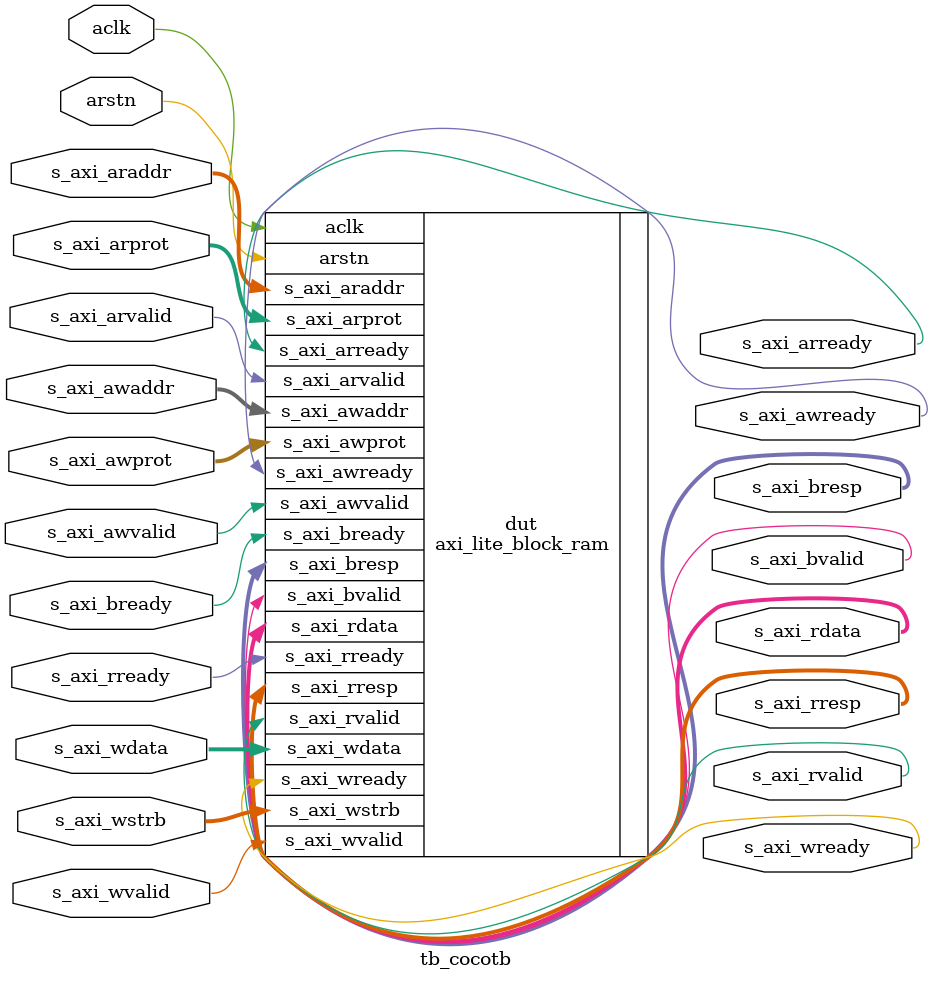
<source format=v>

`timescale 1ns/100ps

/*
 * Module: tb_cocotb
 *
 * Test bench for axi lite block ram.
 *
 * Parameters:
 *
 *   ADDRESS_WIDTH   - Width of the axi address bus in bits.
 *   BUS_WIDTH       - Bus width for data paths in bytes.
 *   DEPTH           - Depth of the RAM in terms of data width words.
 *   RAM_TYPE        - Used to set the ram_style atribute.
 *   HEX_FILE        - Hex file to write to RAM.
 *
 * Ports:
 *
 *   aclk           - Clock for all devices in the core
 *   arstn          - Negative reset
 *   s_axi_awvalid  - Axi Lite aw valid
 *   s_axi_awaddr   - Axi Lite aw addr
 *   s_axi_awprot   - Axi Lite aw prot
 *   s_axi_awready  - Axi Lite aw ready
 *   s_axi_wvalid   - Axi Lite w valid
 *   s_axi_wdata    - Axi Lite w data
 *   s_axi_wstrb    - Axi Lite w strb
 *   s_axi_wready   - Axi Lite w ready
 *   s_axi_bvalid   - Axi Lite b valid
 *   s_axi_bresp    - Axi Lite b resp
 *   s_axi_bready   - Axi Lite b ready
 *   s_axi_arvalid  - Axi Lite ar valid
 *   s_axi_araddr   - Axi Lite ar addr
 *   s_axi_arprot   - Axi Lite ar prot
 *   s_axi_arready  - Axi Lite ar ready
 *   s_axi_rvalid   - Axi Lite r valid
 *   s_axi_rdata    - Axi Lite r data
 *   s_axi_rresp    - Axi Lite r resp
 *   s_axi_rready   - Axi Lite r ready
 */
module tb_cocotb #(
    parameter ADDRESS_WIDTH     = 32,
    parameter BUS_WIDTH         = 4,
    parameter DEPTH             = 512,
    parameter RAM_TYPE          = "block",
    parameter HEX_FILE          = ""
  )
  (
    input                       aclk,
    input                       arstn,
    input                       s_axi_awvalid,
    input   [ADDRESS_WIDTH-1:0] s_axi_awaddr,
    input   [ 2:0]              s_axi_awprot,
    output                      s_axi_awready,
    input                       s_axi_wvalid,
    input   [(BUS_WIDTH*8)-1:0] s_axi_wdata,
    input   [ 3:0]              s_axi_wstrb,
    output                      s_axi_wready,
    output                      s_axi_bvalid,
    output  [ 1:0]              s_axi_bresp,
    input                       s_axi_bready,
    input                       s_axi_arvalid,
    input   [ADDRESS_WIDTH-1:0] s_axi_araddr,
    input   [ 2:0]              s_axi_arprot,
    output                      s_axi_arready,
    output                      s_axi_rvalid,
    output  [(BUS_WIDTH*8)-1:0] s_axi_rdata,
    output  [ 1:0]              s_axi_rresp,
    input                       s_axi_rready
  );
  // fst dump command
  initial begin
    $dumpfile ("tb_cocotb.fst");
    $dumpvars (0, tb_cocotb);
    #1;
  end
  
  //Group: Instantiated Modules

  /*
   * Module: dut
   *
   * Device under test, axi lite block ram
   */
  axi_lite_block_ram #(
    .ADDRESS_WIDTH(ADDRESS_WIDTH),
    .BUS_WIDTH(BUS_WIDTH),
    .DEPTH(DEPTH),
    .RAM_TYPE(RAM_TYPE),
    .HEX_FILE(HEX_FILE)
  ) dut (
    .aclk(aclk),
    .arstn(arstn),
    .s_axi_awvalid(s_axi_awvalid),
    .s_axi_awaddr(s_axi_awaddr),
    .s_axi_awprot(s_axi_awprot),
    .s_axi_awready(s_axi_awready),
    .s_axi_wvalid(s_axi_wvalid),
    .s_axi_wdata(s_axi_wdata),
    .s_axi_wstrb(s_axi_wstrb),
    .s_axi_wready(s_axi_wready),
    .s_axi_bvalid(s_axi_bvalid),
    .s_axi_bresp(s_axi_bresp),
    .s_axi_bready(s_axi_bready),
    .s_axi_arvalid(s_axi_arvalid),
    .s_axi_araddr(s_axi_araddr),
    .s_axi_arprot(s_axi_arprot),
    .s_axi_arready(s_axi_arready),
    .s_axi_rvalid(s_axi_rvalid),
    .s_axi_rdata(s_axi_rdata),
    .s_axi_rresp(s_axi_rresp),
    .s_axi_rready(s_axi_rready)
  );
  
endmodule


</source>
